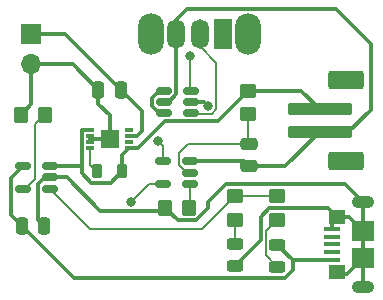
<source format=gtl>
G04 #@! TF.GenerationSoftware,KiCad,Pcbnew,(6.0.10)*
G04 #@! TF.CreationDate,2023-02-14T21:15:34-05:00*
G04 #@! TF.ProjectId,lipo_charger,6c69706f-5f63-4686-9172-6765722e6b69,rev?*
G04 #@! TF.SameCoordinates,Original*
G04 #@! TF.FileFunction,Copper,L1,Top*
G04 #@! TF.FilePolarity,Positive*
%FSLAX46Y46*%
G04 Gerber Fmt 4.6, Leading zero omitted, Abs format (unit mm)*
G04 Created by KiCad (PCBNEW (6.0.10)) date 2023-02-14 21:15:34*
%MOMM*%
%LPD*%
G01*
G04 APERTURE LIST*
G04 Aperture macros list*
%AMRoundRect*
0 Rectangle with rounded corners*
0 $1 Rounding radius*
0 $2 $3 $4 $5 $6 $7 $8 $9 X,Y pos of 4 corners*
0 Add a 4 corners polygon primitive as box body*
4,1,4,$2,$3,$4,$5,$6,$7,$8,$9,$2,$3,0*
0 Add four circle primitives for the rounded corners*
1,1,$1+$1,$2,$3*
1,1,$1+$1,$4,$5*
1,1,$1+$1,$6,$7*
1,1,$1+$1,$8,$9*
0 Add four rect primitives between the rounded corners*
20,1,$1+$1,$2,$3,$4,$5,0*
20,1,$1+$1,$4,$5,$6,$7,0*
20,1,$1+$1,$6,$7,$8,$9,0*
20,1,$1+$1,$8,$9,$2,$3,0*%
G04 Aperture macros list end*
G04 #@! TA.AperFunction,ComponentPad*
%ADD10R,1.700000X1.700000*%
G04 #@! TD*
G04 #@! TA.AperFunction,ComponentPad*
%ADD11O,1.700000X1.700000*%
G04 #@! TD*
G04 #@! TA.AperFunction,SMDPad,CuDef*
%ADD12RoundRect,0.150000X0.512500X0.150000X-0.512500X0.150000X-0.512500X-0.150000X0.512500X-0.150000X0*%
G04 #@! TD*
G04 #@! TA.AperFunction,SMDPad,CuDef*
%ADD13RoundRect,0.250000X-2.500000X0.250000X-2.500000X-0.250000X2.500000X-0.250000X2.500000X0.250000X0*%
G04 #@! TD*
G04 #@! TA.AperFunction,SMDPad,CuDef*
%ADD14RoundRect,0.250000X-1.250000X0.550000X-1.250000X-0.550000X1.250000X-0.550000X1.250000X0.550000X0*%
G04 #@! TD*
G04 #@! TA.AperFunction,ComponentPad*
%ADD15O,2.200000X3.500000*%
G04 #@! TD*
G04 #@! TA.AperFunction,ComponentPad*
%ADD16R,1.500000X2.500000*%
G04 #@! TD*
G04 #@! TA.AperFunction,ComponentPad*
%ADD17O,1.500000X2.500000*%
G04 #@! TD*
G04 #@! TA.AperFunction,SMDPad,CuDef*
%ADD18RoundRect,0.250000X0.250000X0.475000X-0.250000X0.475000X-0.250000X-0.475000X0.250000X-0.475000X0*%
G04 #@! TD*
G04 #@! TA.AperFunction,SMDPad,CuDef*
%ADD19RoundRect,0.250000X-0.350000X-0.450000X0.350000X-0.450000X0.350000X0.450000X-0.350000X0.450000X0*%
G04 #@! TD*
G04 #@! TA.AperFunction,SMDPad,CuDef*
%ADD20RoundRect,0.250000X-0.450000X0.350000X-0.450000X-0.350000X0.450000X-0.350000X0.450000X0.350000X0*%
G04 #@! TD*
G04 #@! TA.AperFunction,SMDPad,CuDef*
%ADD21RoundRect,0.243750X0.456250X-0.243750X0.456250X0.243750X-0.456250X0.243750X-0.456250X-0.243750X0*%
G04 #@! TD*
G04 #@! TA.AperFunction,SMDPad,CuDef*
%ADD22R,0.750000X0.300000*%
G04 #@! TD*
G04 #@! TA.AperFunction,SMDPad,CuDef*
%ADD23R,1.600000X1.500000*%
G04 #@! TD*
G04 #@! TA.AperFunction,SMDPad,CuDef*
%ADD24RoundRect,0.218750X-0.218750X-0.381250X0.218750X-0.381250X0.218750X0.381250X-0.218750X0.381250X0*%
G04 #@! TD*
G04 #@! TA.AperFunction,SMDPad,CuDef*
%ADD25RoundRect,0.250000X0.475000X-0.250000X0.475000X0.250000X-0.475000X0.250000X-0.475000X-0.250000X0*%
G04 #@! TD*
G04 #@! TA.AperFunction,SMDPad,CuDef*
%ADD26R,1.400000X0.400000*%
G04 #@! TD*
G04 #@! TA.AperFunction,ComponentPad*
%ADD27O,1.900000X1.050000*%
G04 #@! TD*
G04 #@! TA.AperFunction,SMDPad,CuDef*
%ADD28R,1.900000X1.750000*%
G04 #@! TD*
G04 #@! TA.AperFunction,SMDPad,CuDef*
%ADD29R,1.450000X1.150000*%
G04 #@! TD*
G04 #@! TA.AperFunction,ViaPad*
%ADD30C,0.800000*%
G04 #@! TD*
G04 #@! TA.AperFunction,Conductor*
%ADD31C,0.150000*%
G04 #@! TD*
G04 #@! TA.AperFunction,Conductor*
%ADD32C,0.300000*%
G04 #@! TD*
G04 APERTURE END LIST*
D10*
X135382000Y-104140000D03*
D11*
X135382000Y-106680000D03*
D12*
X136937500Y-117250000D03*
X136937500Y-116300000D03*
X136937500Y-115350000D03*
X134662500Y-115350000D03*
X134662500Y-117250000D03*
D13*
X159782000Y-110490000D03*
X159782000Y-112490000D03*
D14*
X162032000Y-108090000D03*
X162032000Y-114890000D03*
D15*
X145538000Y-104140000D03*
X153738000Y-104140000D03*
D16*
X151638000Y-104140000D03*
D17*
X149638000Y-104140000D03*
X147638000Y-104140000D03*
D18*
X136450000Y-120400000D03*
X134550000Y-120400000D03*
D12*
X148863900Y-110855800D03*
X148863900Y-109905800D03*
X148863900Y-108955800D03*
X146588900Y-108955800D03*
X146588900Y-109905800D03*
X146588900Y-110855800D03*
D19*
X146726400Y-118872000D03*
X148726400Y-118872000D03*
X134500000Y-111000000D03*
X136500000Y-111000000D03*
D20*
X152654000Y-117872000D03*
X152654000Y-119872000D03*
D21*
X152654000Y-123795000D03*
X152654000Y-121920000D03*
D22*
X140354900Y-112288600D03*
X140354900Y-112788600D03*
X140354900Y-113288600D03*
X140354900Y-113788600D03*
X143659900Y-113788600D03*
X143659900Y-113288600D03*
X143659900Y-112788600D03*
X143659900Y-112288600D03*
D23*
X142029900Y-113038600D03*
D21*
X156210000Y-123873500D03*
X156210000Y-121998500D03*
D24*
X140923500Y-115798600D03*
X143048500Y-115798600D03*
D25*
X153822400Y-115377000D03*
X153822400Y-113477000D03*
D12*
X148838500Y-116850200D03*
X148838500Y-115900200D03*
X148838500Y-114950200D03*
X146563500Y-114950200D03*
X146563500Y-116850200D03*
D20*
X153695400Y-108956600D03*
X153695400Y-110956600D03*
X156210000Y-117872000D03*
X156210000Y-119872000D03*
D18*
X142961400Y-108864400D03*
X141061400Y-108864400D03*
D26*
X160830000Y-123280000D03*
X160830000Y-122630000D03*
X160830000Y-121980000D03*
X160830000Y-121330000D03*
X160830000Y-120680000D03*
D27*
X163480000Y-118405000D03*
D28*
X163480000Y-123105000D03*
X163480000Y-120855000D03*
D29*
X161250000Y-124300000D03*
X161250000Y-119660000D03*
D27*
X163480000Y-125555000D03*
D30*
X150368000Y-110236000D03*
X148800000Y-106000000D03*
X143800000Y-118400000D03*
X146100000Y-113200000D03*
D31*
X152654000Y-117872000D02*
X156210000Y-117872000D01*
X152654000Y-117872000D02*
X149826000Y-120700000D01*
X149826000Y-120700000D02*
X140387500Y-120700000D01*
X140387500Y-120700000D02*
X136937500Y-117250000D01*
X156210000Y-123873500D02*
X155235000Y-122898500D01*
X155235000Y-120847000D02*
X156210000Y-119872000D01*
X155235000Y-122898500D02*
X155235000Y-120847000D01*
D32*
X139679900Y-112288600D02*
X139629900Y-112338600D01*
X146667700Y-111505800D02*
X151146200Y-111505800D01*
X143048500Y-114400000D02*
X143659900Y-113788600D01*
X158248600Y-108956600D02*
X159782000Y-110490000D01*
X139629900Y-115909334D02*
X140469166Y-116748600D01*
X143048500Y-115798600D02*
X143048500Y-114400000D01*
X140469166Y-116748600D02*
X142098500Y-116748600D01*
X139629900Y-115329900D02*
X139629900Y-115909334D01*
X139629900Y-112338600D02*
X139629900Y-115070100D01*
X143659900Y-113788600D02*
X144384900Y-113788600D01*
X139629900Y-115070100D02*
X139629900Y-115329900D01*
X140354900Y-112288600D02*
X139679900Y-112288600D01*
X144384900Y-113788600D02*
X146667700Y-111505800D01*
X136937500Y-115350000D02*
X139609800Y-115350000D01*
X151146200Y-111505800D02*
X153695400Y-108956600D01*
X139609800Y-115350000D02*
X139629900Y-115329900D01*
X142098500Y-116748600D02*
X143048500Y-115798600D01*
X153695400Y-108956600D02*
X158248600Y-108956600D01*
D31*
X153695400Y-110956600D02*
X153695400Y-113350000D01*
X148651000Y-113477000D02*
X147901000Y-114227000D01*
X153695400Y-113350000D02*
X153822400Y-113477000D01*
X147901000Y-114227000D02*
X147901000Y-115276241D01*
X147901000Y-115276241D02*
X148524959Y-115900200D01*
X148524959Y-115900200D02*
X148838500Y-115900200D01*
X153822400Y-113477000D02*
X148651000Y-113477000D01*
D32*
X162125000Y-124460000D02*
X161410000Y-124460000D01*
X141061400Y-108864400D02*
X141061400Y-110073400D01*
X163480000Y-120855000D02*
X163480000Y-123105000D01*
X160830000Y-120680000D02*
X160830000Y-120080000D01*
X154810000Y-121639000D02*
X154810000Y-119623472D01*
X140354900Y-113045100D02*
X140354900Y-113288600D01*
X146448400Y-119150000D02*
X146726400Y-118872000D01*
X135382000Y-110118000D02*
X134500000Y-111000000D01*
X141061400Y-110073400D02*
X142029900Y-111041900D01*
X161250000Y-119660000D02*
X162285000Y-119660000D01*
X161410000Y-124460000D02*
X161250000Y-124300000D01*
X135382000Y-106680000D02*
X138877000Y-106680000D01*
X163480000Y-123105000D02*
X162125000Y-124460000D01*
X155511472Y-118922000D02*
X160512000Y-118922000D01*
X142029900Y-111041900D02*
X142029900Y-113038600D01*
X150368000Y-118878928D02*
X150368000Y-118364000D01*
X163480000Y-125555000D02*
X163480000Y-123105000D01*
X150368000Y-110236000D02*
X150037800Y-109905800D01*
X136937500Y-116300000D02*
X136517893Y-116300000D01*
X136937500Y-116300000D02*
X138357107Y-116300000D01*
X140354900Y-113045100D02*
X140361400Y-113038600D01*
X154810000Y-119623472D02*
X155511472Y-118922000D01*
X150037800Y-109905800D02*
X148863900Y-109905800D01*
X160830000Y-120080000D02*
X161250000Y-119660000D01*
X160512000Y-118922000D02*
X161250000Y-119660000D01*
X147776400Y-119922000D02*
X149324928Y-119922000D01*
X163480000Y-118405000D02*
X163480000Y-120855000D01*
X149324928Y-119922000D02*
X150368000Y-118878928D01*
X152654000Y-123795000D02*
X154810000Y-121639000D01*
X140354900Y-112788600D02*
X140354900Y-113045100D01*
X140361400Y-113038600D02*
X142029900Y-113038600D01*
X150368000Y-118364000D02*
X151892000Y-116840000D01*
X135925000Y-116892893D02*
X135925000Y-119875000D01*
X135382000Y-106680000D02*
X135382000Y-110118000D01*
X151892000Y-116840000D02*
X161915000Y-116840000D01*
X146726400Y-118872000D02*
X147776400Y-119922000D01*
X136517893Y-116300000D02*
X135925000Y-116892893D01*
X138877000Y-106680000D02*
X141061400Y-108864400D01*
X161915000Y-116840000D02*
X163480000Y-118405000D01*
X162285000Y-119660000D02*
X163480000Y-120855000D01*
X135925000Y-119875000D02*
X136450000Y-120400000D01*
X141207107Y-119150000D02*
X146448400Y-119150000D01*
X138357107Y-116300000D02*
X141207107Y-119150000D01*
D31*
X148838500Y-116850200D02*
X148838500Y-118759900D01*
X148838500Y-118759900D02*
X148726400Y-118872000D01*
X152654000Y-119872000D02*
X152654000Y-121920000D01*
X134850000Y-117250000D02*
X135700000Y-116400000D01*
X134662500Y-117250000D02*
X134850000Y-117250000D01*
X135700000Y-111800000D02*
X136500000Y-111000000D01*
X135700000Y-116400000D02*
X135700000Y-111800000D01*
D32*
X147638000Y-104140000D02*
X147638000Y-109276307D01*
X147638000Y-104140000D02*
X147638000Y-102982000D01*
X153822400Y-115377000D02*
X156895000Y-115377000D01*
X162210000Y-112490000D02*
X159782000Y-112490000D01*
X147638000Y-109276307D02*
X147008507Y-109905800D01*
X147008507Y-109905800D02*
X146588900Y-109905800D01*
X148838500Y-114950200D02*
X153395600Y-114950200D01*
X153395600Y-114950200D02*
X153822400Y-115377000D01*
X147638000Y-102982000D02*
X148580000Y-102040000D01*
X164100000Y-105000000D02*
X164100000Y-110600000D01*
X164100000Y-110600000D02*
X162210000Y-112490000D01*
X148580000Y-102040000D02*
X161140000Y-102040000D01*
X161140000Y-102040000D02*
X164100000Y-105000000D01*
X156895000Y-115377000D02*
X159782000Y-112490000D01*
X134662500Y-115350000D02*
X133650000Y-116362500D01*
X156823189Y-124800000D02*
X138950000Y-124800000D01*
X157491500Y-124131689D02*
X156823189Y-124800000D01*
X157491500Y-123280000D02*
X157491500Y-124131689D01*
X133650000Y-116362500D02*
X133650000Y-119500000D01*
X133650000Y-119500000D02*
X134550000Y-120400000D01*
X156210000Y-121998500D02*
X157491500Y-123280000D01*
X159320000Y-123280000D02*
X160830000Y-123280000D01*
X138950000Y-124800000D02*
X134550000Y-120400000D01*
X157491500Y-123280000D02*
X159320000Y-123280000D01*
D31*
X140354900Y-115230000D02*
X140354900Y-113788600D01*
X140923500Y-115798600D02*
X140354900Y-115230000D01*
D32*
X138237000Y-104140000D02*
X142961400Y-108864400D01*
X144780000Y-110683000D02*
X142961400Y-108864400D01*
X143659900Y-112788600D02*
X144334900Y-112788600D01*
X135382000Y-104140000D02*
X138237000Y-104140000D01*
X144334900Y-112788600D02*
X144780000Y-112343500D01*
X144780000Y-112343500D02*
X144780000Y-110683000D01*
D31*
X145349800Y-116850200D02*
X143800000Y-118400000D01*
X148800000Y-108891900D02*
X148863900Y-108955800D01*
X148800000Y-106000000D02*
X148800000Y-108891900D01*
X146563500Y-116850200D02*
X145349800Y-116850200D01*
X149638000Y-105188000D02*
X149638000Y-104140000D01*
X151043000Y-110515595D02*
X151043000Y-106593000D01*
X148919100Y-110911000D02*
X150647595Y-110911000D01*
X150647595Y-110911000D02*
X151043000Y-110515595D01*
X151043000Y-106593000D02*
X149638000Y-105188000D01*
X148863900Y-110855800D02*
X148919100Y-110911000D01*
D32*
X146588900Y-108955800D02*
X146169293Y-108955800D01*
X145576400Y-110262907D02*
X146169293Y-110855800D01*
X145576400Y-109548693D02*
X145576400Y-110262907D01*
X146169293Y-110855800D02*
X146588900Y-110855800D01*
X146169293Y-108955800D02*
X145576400Y-109548693D01*
D31*
X146100000Y-113200000D02*
X146563500Y-113663500D01*
X146563500Y-113663500D02*
X146563500Y-114950200D01*
M02*

</source>
